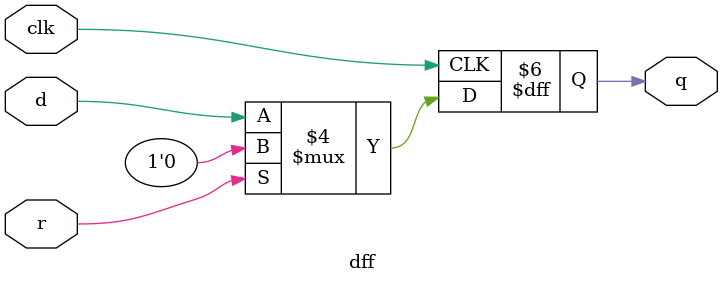
<source format=v>
module dff(d,clk,r,q);
input d,clk,r;
output q;

always@(posedge clk)

begin
if(r==1)
q=1'b0;
else
q=d;
end
endmodule


</source>
